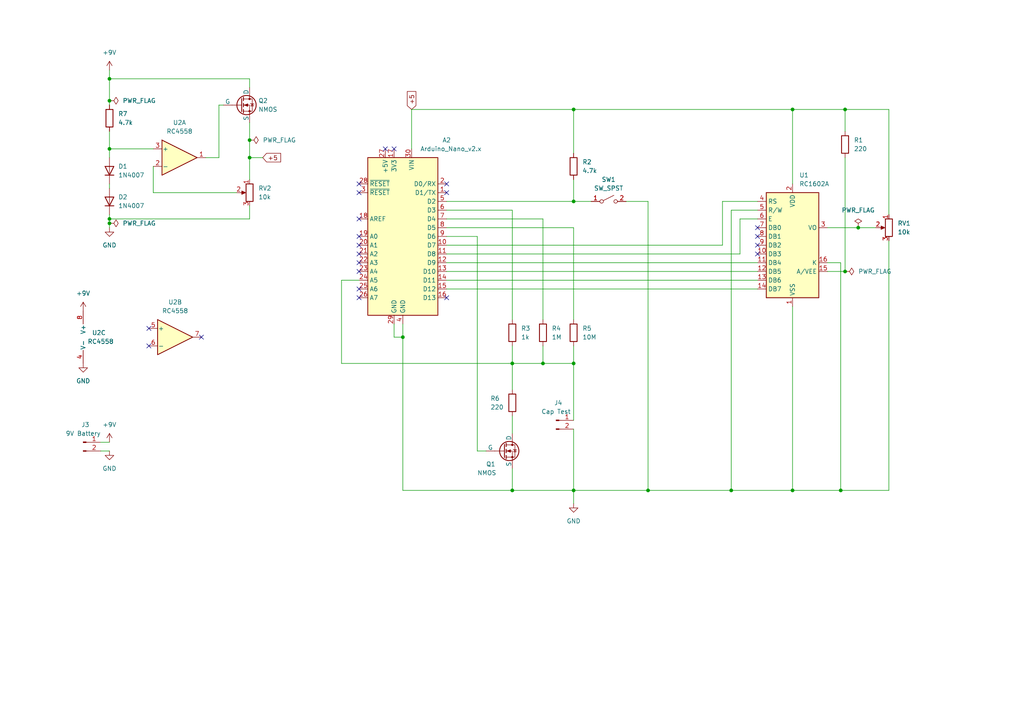
<source format=kicad_sch>
(kicad_sch (version 20230121) (generator eeschema)
  (paper "A4")
  (lib_symbols
    (symbol "Amplifier_Operational:RC4558" (pin_names (offset 0.127))
      (property "Reference" "U" (at 0 5.08 0))
      (property "Value" "RC4558" (at 0 -5.08 0))
      (symbol "RC4558_1_1"
        (polyline (pts (xy -5.08 5.08) (xy 5.08 0) (xy -5.08 -5.08) (xy -5.08 5.08)) (stroke (width 0.254)) (fill (type background)))
        (pin output line (at 7.62 0 180) (length 2.54) (name "~") (number "1"))
        (pin input line (at -7.62 -2.54 0) (length 2.54) (name "-") (number "2"))
        (pin input line (at -7.62 2.54 0) (length 2.54) (name "+") (number "3"))
      )
      (symbol "RC4558_2_1"
        (polyline (pts (xy -5.08 5.08) (xy 5.08 0) (xy -5.08 -5.08) (xy -5.08 5.08)) (stroke (width 0.254)) (fill (type background)))
        (pin input line (at -7.62 2.54 0) (length 2.54) (name "+") (number "5"))
        (pin input line (at -7.62 -2.54 0) (length 2.54) (name "-") (number "6"))
        (pin output line (at 7.62 0 180) (length 2.54) (name "~") (number "7"))
      )
      (symbol "RC4558_3_1"
        (pin power_in line (at -2.54 -7.62 90) (length 3.81) (name "V-") (number "4"))
        (pin power_in line (at -2.54 7.62 270) (length 3.81) (name "V+") (number "8"))
      )
    )
    (symbol "Connector:Conn_01x02_Pin" (pin_names (offset 1.016) hide)
      (property "Reference" "J" (at 0 2.54 0))
      (property "Value" "Conn_01x02_Pin" (at 0 -5.08 0))
      (symbol "Conn_01x02_Pin_1_1"
        (polyline (pts (xy 1.27 -2.54) (xy 0.8636 -2.54)) (stroke (width 0.1524)))
        (polyline (pts (xy 1.27 0) (xy 0.8636 0)) (stroke (width 0.1524)))
        (rectangle (start 0.8636 -2.413) (end 0 -2.667) (stroke (width 0.1524)) (fill (type outline)))
        (rectangle (start 0.8636 0.127) (end 0 -0.127) (stroke (width 0.1524)) (fill (type outline)))
        (pin passive line (at 5.08 0 180) (length 3.81) (name "Pin_1") (number "1"))
        (pin passive line (at 5.08 -2.54 180) (length 3.81) (name "Pin_2") (number "2"))
      )
    )
    (symbol "Device:R" (pin_numbers hide) (pin_names (offset 0))
      (property "Reference" "R" (at 2.032 0 90))
      (property "Value" "R" (at 0 0 90))
      (symbol "R_0_1"
        (rectangle (start -1.016 -2.54) (end 1.016 2.54) (stroke (width 0.254)))
      )
      (symbol "R_1_1"
        (pin passive line (at 0 3.81 270) (length 1.27) (name "~") (number "1"))
        (pin passive line (at 0 -3.81 90) (length 1.27) (name "~") (number "2"))
      )
    )
    (symbol "Device:R_Potentiometer" (pin_names (offset 1.016) hide)
      (property "Reference" "RV" (at -4.445 0 90))
      (property "Value" "R_Potentiometer" (at -2.54 0 90))
      (symbol "R_Potentiometer_0_1"
        (polyline (pts (xy 2.54 0) (xy 1.524 0)))
        (polyline (pts (xy 1.143 0) (xy 2.286 0.508) (xy 2.286 -0.508) (xy 1.143 0)) (fill (type outline)))
        (rectangle (start 1.016 2.54) (end -1.016 -2.54) (stroke (width 0.254)))
      )
      (symbol "R_Potentiometer_1_1"
        (pin passive line (at 0 3.81 270) (length 1.27) (name "1") (number "1"))
        (pin passive line (at 3.81 0 180) (length 1.27) (name "2") (number "2"))
        (pin passive line (at 0 -3.81 90) (length 1.27) (name "3") (number "3"))
      )
    )
    (symbol "Diode:1N4007" (pin_numbers hide) (pin_names hide)
      (property "Reference" "D" (at 0 2.54 0))
      (property "Value" "1N4007" (at 0 -2.54 0))
      (symbol "1N4007_0_1"
        (polyline (pts (xy -1.27 1.27) (xy -1.27 -1.27)) (stroke (width 0.254)))
        (polyline (pts (xy 1.27 0) (xy -1.27 0)))
        (polyline (pts (xy 1.27 1.27) (xy 1.27 -1.27) (xy -1.27 0) (xy 1.27 1.27)) (stroke (width 0.254)))
      )
      (symbol "1N4007_1_1"
        (pin passive line (at -3.81 0 0) (length 2.54) (name "K") (number "1"))
        (pin passive line (at 3.81 0 180) (length 2.54) (name "A") (number "2"))
      )
    )
    (symbol "Display_Character:RC1602A"
      (property "Reference" "U" (at -6.35 16.51 0))
      (property "Value" "RC1602A" (at 2.794 16.51 0))
      (symbol "RC1602A_0_1"
        (rectangle (start -7.62 15.24) (end 7.62 -15.24) (stroke (width 0.254)) (fill (type background)))
      )
      (symbol "RC1602A_1_1"
        (pin power_in line (at 0 -17.78 90) (length 2.54) (name "VSS") (number "1"))
        (pin bidirectional line (at -10.16 -2.54 0) (length 2.54) (name "DB3") (number "10"))
        (pin bidirectional line (at -10.16 -5.08 0) (length 2.54) (name "DB4") (number "11"))
        (pin bidirectional line (at -10.16 -7.62 0) (length 2.54) (name "DB5") (number "12"))
        (pin bidirectional line (at -10.16 -10.16 0) (length 2.54) (name "DB6") (number "13"))
        (pin bidirectional line (at -10.16 -12.7 0) (length 2.54) (name "DB7") (number "14"))
        (pin power_in line (at 10.16 -7.62 180) (length 2.54) (name "A/VEE") (number "15"))
        (pin power_in line (at 10.16 -5.08 180) (length 2.54) (name "K") (number "16"))
        (pin power_in line (at 0 17.78 270) (length 2.54) (name "VDD") (number "2"))
        (pin power_in line (at 10.16 5.08 180) (length 2.54) (name "VO") (number "3"))
        (pin input line (at -10.16 12.7 0) (length 2.54) (name "RS") (number "4"))
        (pin input line (at -10.16 10.16 0) (length 2.54) (name "R/W") (number "5"))
        (pin input line (at -10.16 7.62 0) (length 2.54) (name "E") (number "6"))
        (pin bidirectional line (at -10.16 5.08 0) (length 2.54) (name "DB0") (number "7"))
        (pin bidirectional line (at -10.16 2.54 0) (length 2.54) (name "DB1") (number "8"))
        (pin bidirectional line (at -10.16 0 0) (length 2.54) (name "DB2") (number "9"))
      )
    )
    (symbol "MCU_Module:Arduino_Nano_v2.x"
      (property "Reference" "A" (at -10.16 23.495 0))
      (property "Value" "Arduino_Nano_v2.x" (at 5.08 -24.13 0))
      (symbol "Arduino_Nano_v2.x_0_1"
        (rectangle (start -10.16 22.86) (end 10.16 -22.86) (stroke (width 0.254)) (fill (type background)))
      )
      (symbol "Arduino_Nano_v2.x_1_1"
        (pin bidirectional line (at -12.7 12.7 0) (length 2.54) (name "D1/TX") (number "1"))
        (pin bidirectional line (at -12.7 -2.54 0) (length 2.54) (name "D7") (number "10"))
        (pin bidirectional line (at -12.7 -5.08 0) (length 2.54) (name "D8") (number "11"))
        (pin bidirectional line (at -12.7 -7.62 0) (length 2.54) (name "D9") (number "12"))
        (pin bidirectional line (at -12.7 -10.16 0) (length 2.54) (name "D10") (number "13"))
        (pin bidirectional line (at -12.7 -12.7 0) (length 2.54) (name "D11") (number "14"))
        (pin bidirectional line (at -12.7 -15.24 0) (length 2.54) (name "D12") (number "15"))
        (pin bidirectional line (at -12.7 -17.78 0) (length 2.54) (name "D13") (number "16"))
        (pin power_out line (at 2.54 25.4 270) (length 2.54) (name "3V3") (number "17"))
        (pin input line (at 12.7 5.08 180) (length 2.54) (name "AREF") (number "18"))
        (pin bidirectional line (at 12.7 0 180) (length 2.54) (name "A0") (number "19"))
        (pin bidirectional line (at -12.7 15.24 0) (length 2.54) (name "D0/RX") (number "2"))
        (pin bidirectional line (at 12.7 -2.54 180) (length 2.54) (name "A1") (number "20"))
        (pin bidirectional line (at 12.7 -5.08 180) (length 2.54) (name "A2") (number "21"))
        (pin bidirectional line (at 12.7 -7.62 180) (length 2.54) (name "A3") (number "22"))
        (pin bidirectional line (at 12.7 -10.16 180) (length 2.54) (name "A4") (number "23"))
        (pin bidirectional line (at 12.7 -12.7 180) (length 2.54) (name "A5") (number "24"))
        (pin bidirectional line (at 12.7 -15.24 180) (length 2.54) (name "A6") (number "25"))
        (pin bidirectional line (at 12.7 -17.78 180) (length 2.54) (name "A7") (number "26"))
        (pin power_out line (at 5.08 25.4 270) (length 2.54) (name "+5V") (number "27"))
        (pin input line (at 12.7 15.24 180) (length 2.54) (name "~{RESET}") (number "28"))
        (pin power_in line (at 2.54 -25.4 90) (length 2.54) (name "GND") (number "29"))
        (pin input line (at 12.7 12.7 180) (length 2.54) (name "~{RESET}") (number "3"))
        (pin power_in line (at -2.54 25.4 270) (length 2.54) (name "VIN") (number "30"))
        (pin power_in line (at 0 -25.4 90) (length 2.54) (name "GND") (number "4"))
        (pin bidirectional line (at -12.7 10.16 0) (length 2.54) (name "D2") (number "5"))
        (pin bidirectional line (at -12.7 7.62 0) (length 2.54) (name "D3") (number "6"))
        (pin bidirectional line (at -12.7 5.08 0) (length 2.54) (name "D4") (number "7"))
        (pin bidirectional line (at -12.7 2.54 0) (length 2.54) (name "D5") (number "8"))
        (pin bidirectional line (at -12.7 0 0) (length 2.54) (name "D6") (number "9"))
      )
    )
    (symbol "Simulation_SPICE:NMOS" (pin_numbers hide) (pin_names (offset 0))
      (property "Reference" "Q" (at 5.08 1.27 0))
      (property "Value" "NMOS" (at 5.08 -1.27 0))
      (symbol "NMOS_0_1"
        (polyline (pts (xy 0.254 0) (xy -2.54 0)))
        (polyline (pts (xy 0.254 1.905) (xy 0.254 -1.905)) (stroke (width 0.254)))
        (polyline (pts (xy 0.762 -1.27) (xy 0.762 -2.286)) (stroke (width 0.254)))
        (polyline (pts (xy 0.762 0.508) (xy 0.762 -0.508)) (stroke (width 0.254)))
        (polyline (pts (xy 0.762 2.286) (xy 0.762 1.27)) (stroke (width 0.254)))
        (polyline (pts (xy 2.54 2.54) (xy 2.54 1.778)))
        (polyline (pts (xy 2.54 -2.54) (xy 2.54 0) (xy 0.762 0)))
        (polyline (pts (xy 0.762 -1.778) (xy 3.302 -1.778) (xy 3.302 1.778) (xy 0.762 1.778)))
        (polyline (pts (xy 1.016 0) (xy 2.032 0.381) (xy 2.032 -0.381) (xy 1.016 0)) (fill (type outline)))
        (polyline (pts (xy 2.794 0.508) (xy 2.921 0.381) (xy 3.683 0.381) (xy 3.81 0.254)))
        (polyline (pts (xy 3.302 0.381) (xy 2.921 -0.254) (xy 3.683 -0.254) (xy 3.302 0.381)))
        (circle (center 1.651 0) (radius 2.794) (stroke (width 0.254)))
        (circle (center 2.54 -1.778) (radius 0.254) (fill (type outline)))
        (circle (center 2.54 1.778) (radius 0.254) (fill (type outline)))
      )
      (symbol "NMOS_1_1"
        (pin passive line (at 2.54 5.08 270) (length 2.54) (name "D") (number "1"))
        (pin input line (at -5.08 0 0) (length 2.54) (name "G") (number "2"))
        (pin passive line (at 2.54 -5.08 90) (length 2.54) (name "S") (number "3"))
      )
    )
    (symbol "Switch:SW_SPST" (pin_names (offset 0) hide)
      (property "Reference" "SW" (at 0 3.175 0))
      (property "Value" "SW_SPST" (at 0 -2.54 0))
      (symbol "SW_SPST_0_0"
        (circle (center -2.032 0) (radius 0.508))
        (polyline (pts (xy -1.524 0.254) (xy 1.524 1.778)))
        (circle (center 2.032 0) (radius 0.508))
      )
      (symbol "SW_SPST_1_1"
        (pin passive line (at -5.08 0 0) (length 2.54) (name "A") (number "1"))
        (pin passive line (at 5.08 0 180) (length 2.54) (name "B") (number "2"))
      )
    )
    (symbol "power:+9V" (power) (pin_names (offset 0))
      (property "Value" "+9V" (at 0 3.556 0))
      (symbol "+9V_0_1"
        (polyline (pts (xy -0.762 1.27) (xy 0 2.54)))
        (polyline (pts (xy 0 0) (xy 0 2.54)))
        (polyline (pts (xy 0 2.54) (xy 0.762 1.27)))
      )
      (symbol "+9V_1_1"
        (pin power_in line (at 0 0 90) (length 0) hide (name "+9V") (number "1"))
      )
    )
    (symbol "power:GND" (power) (pin_names (offset 0))
      (property "Value" "GND" (at 0 -3.81 0))
      (symbol "GND_0_1"
        (polyline (pts (xy 0 0) (xy 0 -1.27) (xy 1.27 -1.27) (xy 0 -2.54) (xy -1.27 -1.27) (xy 0 -1.27)))
      )
      (symbol "GND_1_1"
        (pin power_in line (at 0 0 270) (length 0) hide (name "GND") (number "1"))
      )
    )
    (symbol "power:PWR_FLAG" (power) (pin_numbers hide) (pin_names (offset 0) hide)
      (property "Value" "PWR_FLAG" (at 0 3.81 0))
      (symbol "PWR_FLAG_0_0"
        (pin power_out line (at 0 0 90) (length 0) (name "pwr") (number "1"))
      )
      (symbol "PWR_FLAG_0_1"
        (polyline (pts (xy 0 0) (xy 0 1.27) (xy -1.016 1.905) (xy 0 2.54) (xy 1.016 1.905) (xy 0 1.27)))
      )
    )
  )
  (junction (at 31.75 43.18))
  (junction (at 148.59 142.24))
  (junction (at 212.09 142.24))
  (junction (at 31.75 63.5))
  (junction (at 31.75 29.21))
  (junction (at 116.84 97.79))
  (junction (at 166.37 31.75))
  (junction (at 157.48 105.41))
  (junction (at 166.37 142.24))
  (junction (at 72.39 40.64))
  (junction (at 72.39 45.72))
  (junction (at 229.87 142.24))
  (junction (at 31.75 22.86))
  (junction (at 248.92 66.04))
  (junction (at 245.11 31.75))
  (junction (at 187.96 142.24))
  (junction (at 229.87 31.75))
  (junction (at 31.75 64.77))
  (junction (at 148.59 105.41))
  (junction (at 245.11 78.74))
  (junction (at 166.37 58.42))
  (junction (at 166.37 105.41))
  (junction (at 243.84 142.24))
  (no_connect (at 219.71 71.12))
  (no_connect (at 104.14 83.82))
  (no_connect (at 104.14 78.74))
  (no_connect (at 43.18 100.33))
  (no_connect (at 129.54 86.36))
  (no_connect (at 104.14 71.12))
  (no_connect (at 104.14 76.2))
  (no_connect (at 58.42 97.79))
  (no_connect (at 111.76 43.18))
  (no_connect (at 219.71 73.66))
  (no_connect (at 104.14 68.58))
  (no_connect (at 129.54 53.34))
  (no_connect (at 104.14 63.5))
  (no_connect (at 104.14 86.36))
  (no_connect (at 104.14 73.66))
  (no_connect (at 219.71 66.04))
  (no_connect (at 219.71 68.58))
  (no_connect (at 104.14 53.34))
  (no_connect (at 114.3 43.18))
  (no_connect (at 129.54 55.88))
  (no_connect (at 43.18 95.25))
  (no_connect (at 104.14 55.88))
  (wire (pts (xy 116.84 142.24) (xy 148.59 142.24)))
  (wire (pts (xy 129.54 83.82) (xy 219.71 83.82)))
  (wire (pts (xy 129.54 71.12) (xy 209.55 71.12)))
  (wire (pts (xy 166.37 58.42) (xy 171.45 58.42)))
  (wire (pts (xy 99.06 81.28) (xy 99.06 105.41)))
  (wire (pts (xy 72.39 45.72) (xy 72.39 52.07)))
  (wire (pts (xy 187.96 58.42) (xy 187.96 142.24)))
  (wire (pts (xy 214.63 63.5) (xy 214.63 73.66)))
  (wire (pts (xy 166.37 31.75) (xy 229.87 31.75)))
  (wire (pts (xy 63.5 45.72) (xy 63.5 30.48)))
  (wire (pts (xy 229.87 31.75) (xy 245.11 31.75)))
  (wire (pts (xy 31.75 43.18) (xy 44.45 43.18)))
  (wire (pts (xy 129.54 76.2) (xy 219.71 76.2)))
  (wire (pts (xy 72.39 22.86) (xy 31.75 22.86)))
  (wire (pts (xy 129.54 73.66) (xy 214.63 73.66)))
  (wire (pts (xy 31.75 20.32) (xy 31.75 22.86)))
  (wire (pts (xy 129.54 78.74) (xy 219.71 78.74)))
  (wire (pts (xy 187.96 142.24) (xy 212.09 142.24)))
  (wire (pts (xy 72.39 45.72) (xy 76.2 45.72)))
  (wire (pts (xy 31.75 64.77) (xy 31.75 66.04)))
  (wire (pts (xy 219.71 63.5) (xy 214.63 63.5)))
  (wire (pts (xy 72.39 25.4) (xy 72.39 22.86)))
  (wire (pts (xy 129.54 63.5) (xy 157.48 63.5)))
  (wire (pts (xy 166.37 31.75) (xy 166.37 44.45)))
  (wire (pts (xy 29.21 128.27) (xy 31.75 128.27)))
  (wire (pts (xy 31.75 29.21) (xy 31.75 30.48)))
  (wire (pts (xy 119.38 43.18) (xy 119.38 31.75)))
  (wire (pts (xy 229.87 142.24) (xy 243.84 142.24)))
  (wire (pts (xy 72.39 63.5) (xy 31.75 63.5)))
  (wire (pts (xy 245.11 31.75) (xy 257.81 31.75)))
  (wire (pts (xy 157.48 100.33) (xy 157.48 105.41)))
  (wire (pts (xy 129.54 66.04) (xy 166.37 66.04)))
  (wire (pts (xy 257.81 69.85) (xy 257.81 142.24)))
  (wire (pts (xy 116.84 93.98) (xy 116.84 97.79)))
  (wire (pts (xy 99.06 105.41) (xy 148.59 105.41)))
  (wire (pts (xy 229.87 88.9) (xy 229.87 142.24)))
  (wire (pts (xy 129.54 81.28) (xy 219.71 81.28)))
  (wire (pts (xy 148.59 105.41) (xy 157.48 105.41)))
  (wire (pts (xy 209.55 71.12) (xy 209.55 58.42)))
  (wire (pts (xy 209.55 58.42) (xy 219.71 58.42)))
  (wire (pts (xy 31.75 63.5) (xy 31.75 64.77)))
  (wire (pts (xy 72.39 59.69) (xy 72.39 63.5)))
  (wire (pts (xy 68.58 55.88) (xy 44.45 55.88)))
  (wire (pts (xy 31.75 53.34) (xy 31.75 54.61)))
  (wire (pts (xy 257.81 62.23) (xy 257.81 31.75)))
  (wire (pts (xy 166.37 58.42) (xy 166.37 52.07)))
  (wire (pts (xy 72.39 35.56) (xy 72.39 40.64)))
  (wire (pts (xy 166.37 105.41) (xy 166.37 121.92)))
  (wire (pts (xy 157.48 105.41) (xy 166.37 105.41)))
  (wire (pts (xy 29.21 130.81) (xy 31.75 130.81)))
  (wire (pts (xy 243.84 142.24) (xy 257.81 142.24)))
  (wire (pts (xy 44.45 55.88) (xy 44.45 48.26)))
  (wire (pts (xy 148.59 100.33) (xy 148.59 105.41)))
  (wire (pts (xy 212.09 142.24) (xy 229.87 142.24)))
  (wire (pts (xy 63.5 30.48) (xy 64.77 30.48)))
  (wire (pts (xy 116.84 97.79) (xy 116.84 142.24)))
  (wire (pts (xy 148.59 60.96) (xy 148.59 92.71)))
  (wire (pts (xy 212.09 60.96) (xy 212.09 142.24)))
  (wire (pts (xy 148.59 120.65) (xy 148.59 125.73)))
  (wire (pts (xy 240.03 66.04) (xy 248.92 66.04)))
  (wire (pts (xy 119.38 31.75) (xy 166.37 31.75)))
  (wire (pts (xy 99.06 81.28) (xy 104.14 81.28)))
  (wire (pts (xy 129.54 60.96) (xy 148.59 60.96)))
  (wire (pts (xy 166.37 142.24) (xy 187.96 142.24)))
  (wire (pts (xy 31.75 43.18) (xy 31.75 45.72)))
  (wire (pts (xy 248.92 66.04) (xy 254 66.04)))
  (wire (pts (xy 166.37 142.24) (xy 166.37 146.05)))
  (wire (pts (xy 72.39 40.64) (xy 72.39 45.72)))
  (wire (pts (xy 166.37 124.46) (xy 166.37 142.24)))
  (wire (pts (xy 240.03 76.2) (xy 243.84 76.2)))
  (wire (pts (xy 31.75 22.86) (xy 31.75 29.21)))
  (wire (pts (xy 138.43 68.58) (xy 129.54 68.58)))
  (wire (pts (xy 245.11 78.74) (xy 245.11 45.72)))
  (wire (pts (xy 148.59 105.41) (xy 148.59 113.03)))
  (wire (pts (xy 166.37 100.33) (xy 166.37 105.41)))
  (wire (pts (xy 240.03 78.74) (xy 245.11 78.74)))
  (wire (pts (xy 245.11 31.75) (xy 245.11 38.1)))
  (wire (pts (xy 31.75 62.23) (xy 31.75 63.5)))
  (wire (pts (xy 129.54 58.42) (xy 166.37 58.42)))
  (wire (pts (xy 138.43 130.81) (xy 138.43 68.58)))
  (wire (pts (xy 181.61 58.42) (xy 187.96 58.42)))
  (wire (pts (xy 229.87 53.34) (xy 229.87 31.75)))
  (wire (pts (xy 166.37 66.04) (xy 166.37 92.71)))
  (wire (pts (xy 59.69 45.72) (xy 63.5 45.72)))
  (wire (pts (xy 243.84 76.2) (xy 243.84 142.24)))
  (wire (pts (xy 114.3 97.79) (xy 116.84 97.79)))
  (wire (pts (xy 148.59 135.89) (xy 148.59 142.24)))
  (wire (pts (xy 138.43 130.81) (xy 140.97 130.81)))
  (wire (pts (xy 157.48 63.5) (xy 157.48 92.71)))
  (wire (pts (xy 114.3 93.98) (xy 114.3 97.79)))
  (wire (pts (xy 31.75 38.1) (xy 31.75 43.18)))
  (wire (pts (xy 148.59 142.24) (xy 166.37 142.24)))
  (wire (pts (xy 219.71 60.96) (xy 212.09 60.96)))
  (global_label "+5" (shape input) (at 119.38 31.75 90) (property "Intersheetrefs" "${INTERSHEET_REFS}" (effects hide)))
  (global_label "+5" (shape input) (at 76.2 45.72 0) (property "Intersheetrefs" "${INTERSHEET_REFS}" (effects hide)))
  (symbol (lib_id "Amplifier_Operational:RC4558") (at 50.8 97.79 0) (unit 2)
    (property "Reference" "U2" (at 50.8 87.63 0))
    (property "Value" "RC4558" (at 50.8 90.17 0))
    (property "Footprint" "Package_DIP:DIP-8_W7.62mm_Socket" (effects hide))
    (property "Datasheet" "http://www.ti.com/lit/ds/symlink/rc4558.pdf" (effects hide))
  )
  (symbol (lib_id "Simulation_SPICE:NMOS") (at 146.05 130.81 0) (unit 1)
    (property "Reference" "Q1" (at 140.97 134.62 0) (effects (justify left)))
    (property "Value" "NMOS" (at 138.43 137.16 0) (effects (justify left)))
    (property "Footprint" "Package_TO_SOT_THT:TO-220-3_Vertical" (effects hide))
    (property "Datasheet" "https://ngspice.sourceforge.io/docs/ngspice-manual.pdf" (effects hide))
    (property "Sim.Device" "NMOS" (effects hide))
    (property "Sim.Type" "VDMOS" (effects hide))
    (property "Sim.Pins" "1=D 2=G 3=S" (effects hide))
  )
  (symbol (lib_id "Amplifier_Operational:RC4558") (at 26.67 97.79 0) (unit 3)
    (property "Reference" "U2" (at 26.67 96.52 0) (effects (justify left)))
    (property "Value" "RC4558" (at 25.4 99.06 0) (effects (justify left)))
    (property "Footprint" "Package_DIP:DIP-8_W7.62mm_Socket" (effects hide))
    (property "Datasheet" "http://www.ti.com/lit/ds/symlink/rc4558.pdf" (effects hide))
  )
  (symbol (lib_id "power:+9V") (at 31.75 20.32 0) (unit 1)
    (property "Reference" "#PWR04" (effects hide))
    (property "Value" "+9V" (at 31.75 15.24 0))
  )
  (symbol (lib_id "Device:R") (at 148.59 96.52 180) (unit 1)
    (property "Reference" "R3" (at 151.13 95.25 0) (effects (justify right)))
    (property "Value" "1k" (at 151.13 97.79 0) (effects (justify right)))
    (property "Footprint" "Resistor_THT:R_Axial_DIN0309_L9.0mm_D3.2mm_P12.70mm_Horizontal" (effects hide))
  )
  (symbol (lib_id "Diode:1N4007") (at 31.75 49.53 90) (unit 1)
    (property "Reference" "D1" (at 34.29 48.26 90) (effects (justify right)))
    (property "Value" "1N4007" (at 34.29 50.8 90) (effects (justify right)))
    (property "Footprint" "Diode_THT:D_DO-41_SOD81_P10.16mm_Horizontal" (effects hide))
    (property "Datasheet" "http://www.vishay.com/docs/88503/1n4001.pdf" (effects hide))
    (property "Sim.Device" "D" (effects hide))
    (property "Sim.Pins" "1=K 2=A" (effects hide))
  )
  (symbol (lib_id "Display_Character:RC1602A") (at 229.87 71.12 0) (unit 1)
    (property "Reference" "U1" (at 231.8259 50.8 0) (effects (justify left)))
    (property "Value" "RC1602A" (at 231.8259 53.34 0) (effects (justify left)))
    (property "Footprint" "Display:RC1602A" (effects hide))
    (property "Datasheet" "http://www.raystar-optronics.com/down.php?ProID=18" (effects hide))
  )
  (symbol (lib_id "Device:R") (at 157.48 96.52 180) (unit 1)
    (property "Reference" "R4" (at 160.02 95.25 0) (effects (justify right)))
    (property "Value" "1M" (at 160.02 97.79 0) (effects (justify right)))
    (property "Footprint" "Resistor_THT:R_Axial_DIN0309_L9.0mm_D3.2mm_P12.70mm_Horizontal" (effects hide))
  )
  (symbol (lib_id "Connector:Conn_01x02_Pin") (at 24.13 128.27 0) (unit 1)
    (property "Reference" "J3" (at 24.765 123.19 0))
    (property "Value" "9V Battery" (at 24.13 125.73 0))
    (property "Footprint" "TestPoint:TestPoint_2Pads_Pitch2.54mm_Drill0.8mm" (effects hide))
  )
  (symbol (lib_id "MCU_Module:Arduino_Nano_v2.x") (at 116.84 68.58 0) (mirror y) (unit 1)
    (property "Reference" "A2" (at 130.81 40.64 0) (effects (justify left)))
    (property "Value" "Arduino_Nano_v2.x" (at 139.7 43.18 0) (effects (justify left)))
    (property "Footprint" "Module:Arduino_Nano" (effects hide))
    (property "Datasheet" "https://www.arduino.cc/en/uploads/Main/ArduinoNanoManual23.pdf" (effects hide))
  )
  (symbol (lib_id "power:PWR_FLAG") (at 72.39 40.64 270) (unit 1)
    (property "Reference" "#FLG01" (effects hide))
    (property "Value" "PWR_FLAG" (at 76.2 40.64 90) (effects (justify left)))
  )
  (symbol (lib_id "power:GND") (at 31.75 66.04 0) (unit 1)
    (property "Reference" "#PWR05" (effects hide))
    (property "Value" "GND" (at 31.75 71.12 0))
  )
  (symbol (lib_id "power:GND") (at 166.37 146.05 0) (unit 1)
    (property "Reference" "#PWR02" (effects hide))
    (property "Value" "GND" (at 166.37 151.13 0))
  )
  (symbol (lib_id "Device:R") (at 148.59 116.84 180) (unit 1)
    (property "Reference" "R6" (at 142.24 115.57 0) (effects (justify right)))
    (property "Value" "220" (at 142.24 118.11 0) (effects (justify right)))
    (property "Footprint" "Resistor_THT:R_Axial_DIN0309_L9.0mm_D3.2mm_P12.70mm_Horizontal" (effects hide))
  )
  (symbol (lib_id "power:+9V") (at 31.75 128.27 0) (unit 1)
    (property "Reference" "#PWR06" (effects hide))
    (property "Value" "+9V" (at 31.75 123.19 0))
  )
  (symbol (lib_id "power:PWR_FLAG") (at 245.11 78.74 270) (unit 1)
    (property "Reference" "#FLG03" (effects hide))
    (property "Value" "PWR_FLAG" (at 248.92 78.74 90) (effects (justify left)))
  )
  (symbol (lib_id "power:PWR_FLAG") (at 31.75 29.21 270) (unit 1)
    (property "Reference" "#FLG05" (effects hide))
    (property "Value" "PWR_FLAG" (at 35.56 29.21 90) (effects (justify left)))
  )
  (symbol (lib_id "power:PWR_FLAG") (at 248.92 66.04 0) (unit 1)
    (property "Reference" "#FLG04" (effects hide))
    (property "Value" "PWR_FLAG" (at 248.92 60.96 0))
  )
  (symbol (lib_id "power:+9V") (at 24.13 90.17 0) (unit 1)
    (property "Reference" "#PWR01" (effects hide))
    (property "Value" "+9V" (at 24.13 85.09 0))
  )
  (symbol (lib_id "power:GND") (at 31.75 130.81 0) (unit 1)
    (property "Reference" "#PWR07" (effects hide))
    (property "Value" "GND" (at 31.75 135.89 0))
  )
  (symbol (lib_id "Device:R") (at 31.75 34.29 180) (unit 1)
    (property "Reference" "R7" (at 34.29 33.02 0) (effects (justify right)))
    (property "Value" "4.7k" (at 34.29 35.56 0) (effects (justify right)))
    (property "Footprint" "Resistor_THT:R_Axial_DIN0309_L9.0mm_D3.2mm_P12.70mm_Horizontal" (effects hide))
  )
  (symbol (lib_id "Device:R") (at 166.37 48.26 180) (unit 1)
    (property "Reference" "R2" (at 168.91 46.99 0) (effects (justify right)))
    (property "Value" "4.7k" (at 168.91 49.53 0) (effects (justify right)))
    (property "Footprint" "Resistor_THT:R_Axial_DIN0309_L9.0mm_D3.2mm_P12.70mm_Horizontal" (effects hide))
  )
  (symbol (lib_id "power:PWR_FLAG") (at 31.75 64.77 270) (unit 1)
    (property "Reference" "#FLG02" (effects hide))
    (property "Value" "PWR_FLAG" (at 35.56 64.77 90) (effects (justify left)))
  )
  (symbol (lib_id "Device:R_Potentiometer") (at 72.39 55.88 0) (mirror y) (unit 1)
    (property "Reference" "RV2" (at 74.93 54.61 0) (effects (justify right)))
    (property "Value" "10k" (at 74.93 57.15 0) (effects (justify right)))
    (property "Footprint" "Potentiometer_THT:Potentiometer_Bourns_3386F_Vertical" (effects hide))
  )
  (symbol (lib_id "Amplifier_Operational:RC4558") (at 52.07 45.72 0) (unit 1)
    (property "Reference" "U2" (at 52.07 35.56 0))
    (property "Value" "RC4558" (at 52.07 38.1 0))
    (property "Footprint" "Package_DIP:DIP-8_W7.62mm_Socket" (effects hide))
    (property "Datasheet" "http://www.ti.com/lit/ds/symlink/rc4558.pdf" (effects hide))
  )
  (symbol (lib_id "Simulation_SPICE:NMOS") (at 69.85 30.48 0) (unit 1)
    (property "Reference" "Q2" (at 74.93 29.21 0) (effects (justify left)))
    (property "Value" "NMOS" (at 74.93 31.75 0) (effects (justify left)))
    (property "Footprint" "Package_TO_SOT_THT:TO-220-3_Vertical" (effects hide))
    (property "Datasheet" "https://ngspice.sourceforge.io/docs/ngspice-manual.pdf" (effects hide))
    (property "Sim.Device" "NMOS" (effects hide))
    (property "Sim.Type" "VDMOS" (effects hide))
    (property "Sim.Pins" "1=D 2=G 3=S" (effects hide))
  )
  (symbol (lib_id "Connector:Conn_01x02_Pin") (at 161.29 121.92 0) (unit 1)
    (property "Reference" "J4" (at 161.925 116.84 0))
    (property "Value" "Cap Test" (at 161.29 119.38 0))
    (property "Footprint" "TestPoint:TestPoint_2Pads_Pitch2.54mm_Drill0.8mm" (effects hide))
  )
  (symbol (lib_id "power:GND") (at 24.13 105.41 0) (unit 1)
    (property "Reference" "#PWR03" (effects hide))
    (property "Value" "GND" (at 24.13 110.49 0))
  )
  (symbol (lib_id "Device:R") (at 245.11 41.91 180) (unit 1)
    (property "Reference" "R1" (at 247.65 40.64 0) (effects (justify right)))
    (property "Value" "220" (at 247.65 43.18 0) (effects (justify right)))
    (property "Footprint" "Resistor_THT:R_Axial_DIN0309_L9.0mm_D3.2mm_P12.70mm_Horizontal" (effects hide))
  )
  (symbol (lib_id "Device:R_Potentiometer") (at 257.81 66.04 0) (mirror y) (unit 1)
    (property "Reference" "RV1" (at 260.35 64.77 0) (effects (justify right)))
    (property "Value" "10k" (at 260.35 67.31 0) (effects (justify right)))
    (property "Footprint" "Potentiometer_THT:Potentiometer_Bourns_3386F_Vertical" (effects hide))
  )
  (symbol (lib_id "Device:R") (at 166.37 96.52 180) (unit 1)
    (property "Reference" "R5" (at 168.91 95.25 0) (effects (justify right)))
    (property "Value" "10M" (at 168.91 97.79 0) (effects (justify right)))
    (property "Footprint" "Resistor_THT:R_Axial_DIN0309_L9.0mm_D3.2mm_P12.70mm_Horizontal" (effects hide))
  )
  (symbol (lib_id "Switch:SW_SPST") (at 176.53 58.42 0) (unit 1)
    (property "Reference" "SW1" (at 176.53 52.07 0))
    (property "Value" "SW_SPST" (at 176.53 54.61 0))
    (property "Footprint" "Connector:JWT_A3963_1x02_P3.96mm_Vertical" (effects hide))
  )
  (symbol (lib_id "Diode:1N4007") (at 31.75 58.42 90) (unit 1)
    (property "Reference" "D2" (at 34.29 57.15 90) (effects (justify right)))
    (property "Value" "1N4007" (at 34.29 59.69 90) (effects (justify right)))
    (property "Footprint" "Diode_THT:D_DO-41_SOD81_P10.16mm_Horizontal" (effects hide))
    (property "Datasheet" "http://www.vishay.com/docs/88503/1n4001.pdf" (effects hide))
    (property "Sim.Device" "D" (effects hide))
    (property "Sim.Pins" "1=K 2=A" (effects hide))
  )
)
</source>
